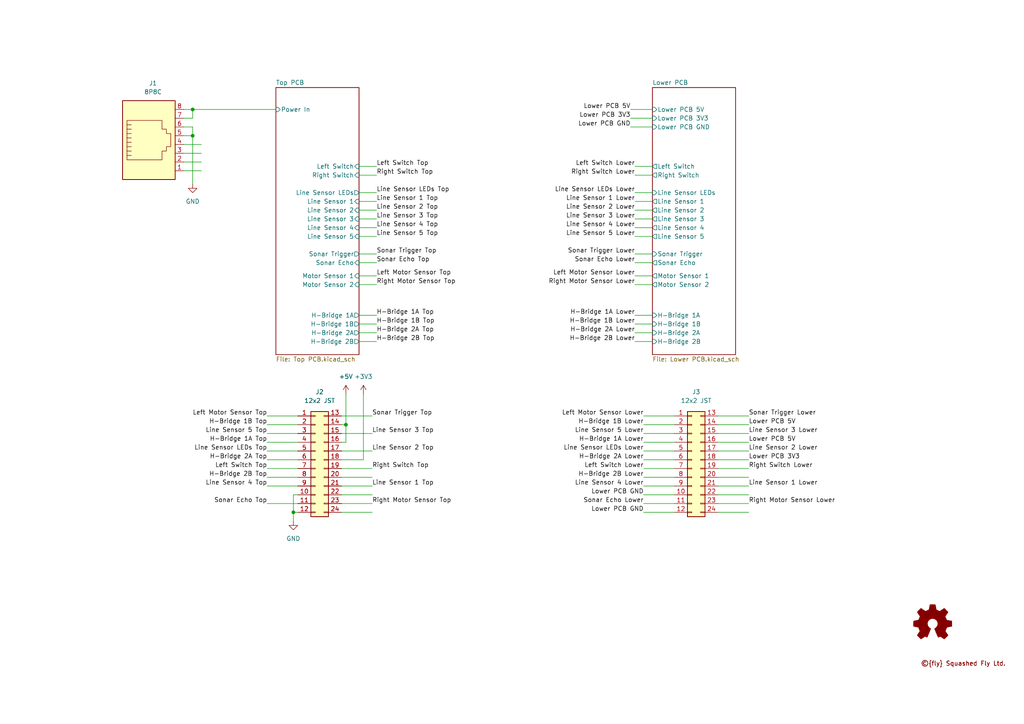
<source format=kicad_sch>
(kicad_sch (version 20210621) (generator eeschema)
  (paper "A4")
  (title_block (title "Swarmbot") (date "2021-10-10") (company "Philip McGaw"))
  (lib_symbols
    (symbol "Connector:8P8C" (pin_names (offset 1.016))
      (property "Reference" "J" (at -5.08 13.97 0))
      (property "Value" "8P8C" (at 2.54 13.97 0))
      (symbol "8P8C_0_1"
        (polyline (pts (xy -5.08 4.445) (xy -6.35 4.445)))
        (polyline (pts (xy -5.08 5.715) (xy -6.35 5.715)))
        (polyline (pts (xy -6.35 -3.175) (xy -5.08 -3.175) (xy -5.08 -3.175)))
        (polyline (pts (xy -6.35 -1.905) (xy -5.08 -1.905) (xy -5.08 -1.905)))
        (polyline (pts (xy -6.35 -0.635) (xy -5.08 -0.635) (xy -5.08 -0.635)))
        (polyline (pts (xy -6.35 0.635) (xy -5.08 0.635) (xy -5.08 0.635)))
        (polyline (pts (xy -6.35 1.905) (xy -5.08 1.905) (xy -5.08 1.905)))
        (polyline (pts (xy -5.08 3.175) (xy -6.35 3.175) (xy -6.35 3.175)))
        (polyline (pts (xy -6.35 -4.445) (xy -6.35 6.985) (xy 3.81 6.985) (xy 3.81 4.445) (xy 5.08 4.445) (xy 5.08 3.175) (xy 6.35 3.175) (xy 6.35 -0.635) (xy 5.08 -0.635) (xy 5.08 -1.905) (xy 3.81 -1.905) (xy 3.81 -4.445) (xy -6.35 -4.445) (xy -6.35 -4.445)))
        (rectangle (start 7.62 12.7) (end -7.62 -10.16) (stroke (width 0.254)) (fill (type background)))
      )
      (symbol "8P8C_1_1"
        (pin passive line (at 10.16 -7.62 180) (length 2.54) (name "~") (number "1"))
        (pin passive line (at 10.16 -5.08 180) (length 2.54) (name "~") (number "2"))
        (pin passive line (at 10.16 -2.54 180) (length 2.54) (name "~") (number "3"))
        (pin passive line (at 10.16 0 180) (length 2.54) (name "~") (number "4"))
        (pin passive line (at 10.16 2.54 180) (length 2.54) (name "~") (number "5"))
        (pin passive line (at 10.16 5.08 180) (length 2.54) (name "~") (number "6"))
        (pin passive line (at 10.16 7.62 180) (length 2.54) (name "~") (number "7"))
        (pin passive line (at 10.16 10.16 180) (length 2.54) (name "~") (number "8"))
      )
    )
    (symbol "Connector_Generic:Conn_02x12_Top_Bottom" (pin_names (offset 1.016) hide)
      (property "Reference" "J" (at 1.27 15.24 0))
      (property "Value" "Conn_02x12_Top_Bottom" (at 1.27 -17.78 0))
      (symbol "Conn_02x12_Top_Bottom_1_1"
        (rectangle (start -1.27 -15.113) (end 0 -15.367) (stroke (width 0.1524)))
        (rectangle (start -1.27 -12.573) (end 0 -12.827) (stroke (width 0.1524)))
        (rectangle (start -1.27 -10.033) (end 0 -10.287) (stroke (width 0.1524)))
        (rectangle (start -1.27 -7.493) (end 0 -7.747) (stroke (width 0.1524)))
        (rectangle (start -1.27 -4.953) (end 0 -5.207) (stroke (width 0.1524)))
        (rectangle (start -1.27 -2.413) (end 0 -2.667) (stroke (width 0.1524)))
        (rectangle (start -1.27 0.127) (end 0 -0.127) (stroke (width 0.1524)))
        (rectangle (start -1.27 2.667) (end 0 2.413) (stroke (width 0.1524)))
        (rectangle (start -1.27 5.207) (end 0 4.953) (stroke (width 0.1524)))
        (rectangle (start -1.27 7.747) (end 0 7.493) (stroke (width 0.1524)))
        (rectangle (start -1.27 10.287) (end 0 10.033) (stroke (width 0.1524)))
        (rectangle (start -1.27 12.827) (end 0 12.573) (stroke (width 0.1524)))
        (rectangle (start -1.27 13.97) (end 3.81 -16.51) (stroke (width 0.254)) (fill (type background)))
        (rectangle (start 3.81 -15.113) (end 2.54 -15.367) (stroke (width 0.1524)))
        (rectangle (start 3.81 -12.573) (end 2.54 -12.827) (stroke (width 0.1524)))
        (rectangle (start 3.81 -10.033) (end 2.54 -10.287) (stroke (width 0.1524)))
        (rectangle (start 3.81 -7.493) (end 2.54 -7.747) (stroke (width 0.1524)))
        (rectangle (start 3.81 -4.953) (end 2.54 -5.207) (stroke (width 0.1524)))
        (rectangle (start 3.81 -2.413) (end 2.54 -2.667) (stroke (width 0.1524)))
        (rectangle (start 3.81 0.127) (end 2.54 -0.127) (stroke (width 0.1524)))
        (rectangle (start 3.81 2.667) (end 2.54 2.413) (stroke (width 0.1524)))
        (rectangle (start 3.81 5.207) (end 2.54 4.953) (stroke (width 0.1524)))
        (rectangle (start 3.81 7.747) (end 2.54 7.493) (stroke (width 0.1524)))
        (rectangle (start 3.81 10.287) (end 2.54 10.033) (stroke (width 0.1524)))
        (rectangle (start 3.81 12.827) (end 2.54 12.573) (stroke (width 0.1524)))
        (pin passive line (at -5.08 12.7 0) (length 3.81) (name "Pin_1") (number "1"))
        (pin passive line (at -5.08 -10.16 0) (length 3.81) (name "Pin_10") (number "10"))
        (pin passive line (at -5.08 -12.7 0) (length 3.81) (name "Pin_11") (number "11"))
        (pin passive line (at -5.08 -15.24 0) (length 3.81) (name "Pin_12") (number "12"))
        (pin passive line (at 7.62 12.7 180) (length 3.81) (name "Pin_13") (number "13"))
        (pin passive line (at 7.62 10.16 180) (length 3.81) (name "Pin_14") (number "14"))
        (pin passive line (at 7.62 7.62 180) (length 3.81) (name "Pin_15") (number "15"))
        (pin passive line (at 7.62 5.08 180) (length 3.81) (name "Pin_16") (number "16"))
        (pin passive line (at 7.62 2.54 180) (length 3.81) (name "Pin_17") (number "17"))
        (pin passive line (at 7.62 0 180) (length 3.81) (name "Pin_18") (number "18"))
        (pin passive line (at 7.62 -2.54 180) (length 3.81) (name "Pin_19") (number "19"))
        (pin passive line (at -5.08 10.16 0) (length 3.81) (name "Pin_2") (number "2"))
        (pin passive line (at 7.62 -5.08 180) (length 3.81) (name "Pin_20") (number "20"))
        (pin passive line (at 7.62 -7.62 180) (length 3.81) (name "Pin_21") (number "21"))
        (pin passive line (at 7.62 -10.16 180) (length 3.81) (name "Pin_22") (number "22"))
        (pin passive line (at 7.62 -12.7 180) (length 3.81) (name "Pin_23") (number "23"))
        (pin passive line (at 7.62 -15.24 180) (length 3.81) (name "Pin_24") (number "24"))
        (pin passive line (at -5.08 7.62 0) (length 3.81) (name "Pin_3") (number "3"))
        (pin passive line (at -5.08 5.08 0) (length 3.81) (name "Pin_4") (number "4"))
        (pin passive line (at -5.08 2.54 0) (length 3.81) (name "Pin_5") (number "5"))
        (pin passive line (at -5.08 0 0) (length 3.81) (name "Pin_6") (number "6"))
        (pin passive line (at -5.08 -2.54 0) (length 3.81) (name "Pin_7") (number "7"))
        (pin passive line (at -5.08 -5.08 0) (length 3.81) (name "Pin_8") (number "8"))
        (pin passive line (at -5.08 -7.62 0) (length 3.81) (name "Pin_9") (number "9"))
      )
    )
    (symbol "Graphic:Logo_Open_Hardware_Small" (pin_numbers hide) (pin_names (offset 1.016) hide)
      (symbol "Logo_Open_Hardware_Small_0_1"
        (polyline (pts (xy 3.3528 -4.3434) (xy 3.302 -4.318) (xy 3.175 -4.2418) (xy 2.9972 -4.1148) (xy 2.7686 -3.9624) (xy 2.54 -3.81) (xy 2.3622 -3.7084) (xy 2.2352 -3.6068) (xy 2.1844 -3.5814) (xy 2.159 -3.6068) (xy 2.0574 -3.6576) (xy 1.905 -3.7338) (xy 1.8034 -3.7846) (xy 1.6764 -3.8354) (xy 1.6002 -3.8354) (xy 1.6002 -3.8354) (xy 1.5494 -3.7338) (xy 1.4732 -3.5306) (xy 1.3462 -3.302) (xy 1.2446 -3.0226) (xy 1.1176 -2.7178) (xy 0.9652 -2.413) (xy 0.8636 -2.1082) (xy 0.7366 -1.8288) (xy 0.6604 -1.6256) (xy 0.6096 -1.4732) (xy 0.5842 -1.397) (xy 0.5842 -1.397) (xy 0.6604 -1.3208) (xy 0.7874 -1.2446) (xy 1.0414 -1.016) (xy 1.2954 -0.6858) (xy 1.4478 -0.3302) (xy 1.524 0.0762) (xy 1.4732 0.4572) (xy 1.3208 0.8128) (xy 1.0668 1.143) (xy 0.762 1.3716) (xy 0.4064 1.524) (xy 0 1.5748) (xy -0.381 1.5494) (xy -0.7366 1.397) (xy -1.0668 1.143) (xy -1.2192 0.9906) (xy -1.397 0.6604) (xy -1.524 0.3048) (xy -1.524 0.2286) (xy -1.4986 -0.1778) (xy -1.397 -0.5334) (xy -1.1938 -0.8636) (xy -0.9144 -1.143) (xy -0.8636 -1.1684) (xy -0.7366 -1.27) (xy -0.635 -1.3462) (xy -0.5842 -1.397) (xy -1.0668 -2.5908) (xy -1.143 -2.794) (xy -1.2954 -3.1242) (xy -1.397 -3.4036) (xy -1.4986 -3.6322) (xy -1.5748 -3.7846) (xy -1.6002 -3.8354) (xy -1.6002 -3.8354) (xy -1.651 -3.8354) (xy -1.7272 -3.81) (xy -1.905 -3.7338) (xy -2.0066 -3.683) (xy -2.1336 -3.6068) (xy -2.2098 -3.5814) (xy -2.2606 -3.6068) (xy -2.3622 -3.683) (xy -2.54 -3.81) (xy -2.7686 -3.9624) (xy -2.9718 -4.0894) (xy -3.1496 -4.2164) (xy -3.302 -4.318) (xy -3.3528 -4.3434) (xy -3.3782 -4.3434) (xy -3.429 -4.318) (xy -3.5306 -4.2164) (xy -3.7084 -4.064) (xy -3.937 -3.8354) (xy -3.9624 -3.81) (xy -4.1656 -3.6068) (xy -4.318 -3.4544) (xy -4.4196 -3.3274) (xy -4.445 -3.2766) (xy -4.445 -3.2766) (xy -4.4196 -3.2258) (xy -4.318 -3.0734) (xy -4.2164 -2.8956) (xy -4.064 -2.667) (xy -3.6576 -2.0828) (xy -3.8862 -1.5494) (xy -3.937 -1.3716) (xy -4.0386 -1.1684) (xy -4.0894 -1.0414) (xy -4.1148 -0.9652) (xy -4.191 -0.9398) (xy -4.318 -0.9144) (xy -4.5466 -0.8636) (xy -4.8006 -0.8128) (xy -5.0546 -0.7874) (xy -5.2578 -0.7366) (xy -5.4356 -0.7112) (xy -5.5118 -0.6858) (xy -5.5118 -0.6858) (xy -5.5372 -0.635) (xy -5.5372 -0.5588) (xy -5.5372 -0.4318) (xy -5.5626 -0.2286) (xy -5.5626 0.0762) (xy -5.5626 0.127) (xy -5.5372 0.4064) (xy -5.5372 0.635) (xy -5.5372 0.762) (xy -5.5372 0.8382) (xy -5.5372 0.8382) (xy -5.461 0.8382) (xy -5.3086 0.889) (xy -5.08 0.9144) (xy -4.826 0.9652) (xy -4.8006 0.9906) (xy -4.5466 1.0414) (xy -4.318 1.0668) (xy -4.1656 1.1176) (xy -4.0894 1.143) (xy -4.0894 1.143) (xy -4.0386 1.2446) (xy -3.9624 1.4224) (xy -3.8608 1.6256) (xy -3.7846 1.8288) (xy -3.7084 2.0066) (xy -3.6576 2.159) (xy -3.6322 2.2098) (xy -3.6322 2.2098) (xy -3.683 2.286) (xy -3.7592 2.413) (xy -3.8862 2.5908) (xy -4.064 2.8194) (xy -4.064 2.8448) (xy -4.2164 3.0734) (xy -4.3434 3.2512) (xy -4.4196 3.3782) (xy -4.445 3.4544) (xy -4.445 3.4544) (xy -4.3942 3.5052) (xy -4.2926 3.6322) (xy -4.1148 3.81) (xy -3.937 4.0132) (xy -3.8608 4.064) (xy -3.6576 4.2926) (xy -3.5052 4.4196) (xy -3.4036 4.4958) (xy -3.3528 4.5212) (xy -3.3528 4.5212) (xy -3.302 4.4704) (xy -3.1496 4.3688) (xy -2.9718 4.2418) (xy -2.7432 4.0894) (xy -2.7178 4.0894) (xy -2.4892 3.937) (xy -2.3114 3.81) (xy -2.1844 3.7084) (xy -2.1336 3.683) (xy -2.1082 3.683) (xy -2.032 3.7084) (xy -1.8542 3.7592) (xy -1.6764 3.8354) (xy -1.4732 3.937) (xy -1.27 4.0132) (xy -1.143 4.064) (xy -1.0668 4.1148) (xy -1.0668 4.1148) (xy -1.0414 4.191) (xy -1.016 4.3434) (xy -0.9652 4.572) (xy -0.9144 4.8514) (xy -0.889 4.9022) (xy -0.8382 5.1562) (xy -0.8128 5.3848) (xy -0.7874 5.5372) (xy -0.762 5.588) (xy -0.7112 5.6134) (xy -0.5842 5.6134) (xy -0.4064 5.6134) (xy -0.1524 5.6134) (xy 0.0762 5.6134) (xy 0.3302 5.6134) (xy 0.5334 5.6134) (xy 0.6858 5.588) (xy 0.7366 5.588) (xy 0.7366 5.588) (xy 0.762 5.5118) (xy 0.8128 5.334) (xy 0.8382 5.1054) (xy 0.9144 4.826) (xy 0.9144 4.7752) (xy 0.9652 4.5212) (xy 1.016 4.2926) (xy 1.0414 4.1402) (xy 1.0668 4.0894) (xy 1.0668 4.0894) (xy 1.1938 4.0386) (xy 1.3716 3.9624) (xy 1.5748 3.8608) (xy 2.0828 3.6576) (xy 2.7178 4.0894) (xy 2.7686 4.1402) (xy 2.9972 4.2926) (xy 3.175 4.4196) (xy 3.302 4.4958) (xy 3.3782 4.5212) (xy 3.3782 4.5212) (xy 3.429 4.4704) (xy 3.556 4.3434) (xy 3.7338 4.191) (xy 3.9116 3.9878) (xy 4.064 3.8354) (xy 4.2418 3.6576) (xy 4.3434 3.556) (xy 4.4196 3.4798) (xy 4.4196 3.429) (xy 4.4196 3.4036) (xy 4.3942 3.3274) (xy 4.2926 3.2004) (xy 4.1656 2.9972) (xy 4.0132 2.794) (xy 3.8862 2.5908) (xy 3.7592 2.3876) (xy 3.6576 2.2352) (xy 3.6322 2.159) (xy 3.6322 2.1336) (xy 3.683 2.0066) (xy 3.7592 1.8288) (xy 3.8608 1.6002) (xy 4.064 1.1176) (xy 4.3942 1.0414) (xy 4.5974 1.016) (xy 4.8768 0.9652) (xy 5.1308 0.9144) (xy 5.5372 0.8382) (xy 5.5626 -0.6604) (xy 5.4864 -0.6858) (xy 5.4356 -0.6858) (xy 5.2832 -0.7366) (xy 5.0546 -0.762) (xy 4.8006 -0.8128) (xy 4.5974 -0.8636) (xy 4.3688 -0.9144) (xy 4.2164 -0.9398) (xy 4.1402 -0.9398) (xy 4.1148 -0.9652) (xy 4.064 -1.0668) (xy 3.9878 -1.2446) (xy 3.9116 -1.4478) (xy 3.81 -1.651) (xy 3.7338 -1.8542) (xy 3.683 -2.0066) (xy 3.6576 -2.0828) (xy 3.683 -2.1336) (xy 3.7846 -2.2606) (xy 3.8862 -2.4638) (xy 4.0386 -2.667) (xy 4.191 -2.8956) (xy 4.318 -3.0734) (xy 4.3942 -3.2004) (xy 4.445 -3.2766) (xy 4.4196 -3.3274) (xy 4.3434 -3.429) (xy 4.1656 -3.5814) (xy 3.937 -3.8354) (xy 3.8862 -3.8608) (xy 3.683 -4.064) (xy 3.5306 -4.2164) (xy 3.4036 -4.318) (xy 3.3528 -4.3434)) (fill (type outline)))
      )
    )
    (symbol "SquashedFly Logo:SquashedFlyLogo" (pin_numbers hide) (pin_names (offset 0) hide)
      (symbol "SquashedFlyLogo_0_0"
        (text "©{fly} Squashed Fly Ltd." (at 0 0 0) (effects (font (size 1.27 1.27))))
      )
    )
    (symbol "power:+3V3" (power) (pin_names (offset 0))
      (property "Value" "+3V3" (at 0 3.556 0))
      (symbol "+3V3_0_1"
        (polyline (pts (xy -0.762 1.27) (xy 0 2.54)))
        (polyline (pts (xy 0 0) (xy 0 2.54)))
        (polyline (pts (xy 0 2.54) (xy 0.762 1.27)))
      )
      (symbol "+3V3_1_1"
        (pin power_in line (at 0 0 90) (length 0) hide (name "+3V3") (number "1"))
      )
    )
    (symbol "power:+5V" (power) (pin_names (offset 0))
      (property "Value" "+5V" (at 0 3.556 0))
      (symbol "+5V_0_1"
        (polyline (pts (xy -0.762 1.27) (xy 0 2.54)))
        (polyline (pts (xy 0 0) (xy 0 2.54)))
        (polyline (pts (xy 0 2.54) (xy 0.762 1.27)))
      )
      (symbol "+5V_1_1"
        (pin power_in line (at 0 0 90) (length 0) hide (name "+5V") (number "1"))
      )
    )
    (symbol "power:GND" (power) (pin_names (offset 0))
      (property "Value" "GND" (at 0 -3.81 0))
      (symbol "GND_0_1"
        (polyline (pts (xy 0 0) (xy 0 -1.27) (xy 1.27 -1.27) (xy 0 -2.54) (xy -1.27 -1.27) (xy 0 -1.27)))
      )
      (symbol "GND_1_1"
        (pin power_in line (at 0 0 270) (length 0) hide (name "GND") (number "1"))
      )
    )
  )
  (junction (at 55.88 31.75))
  (junction (at 55.88 39.37))
  (junction (at 85.09 148.59))
  (junction (at 100.33 123.19))
  (wire (pts (xy 53.34 31.75) (xy 55.88 31.75)))
  (wire (pts (xy 53.34 34.29) (xy 55.88 34.29)))
  (wire (pts (xy 53.34 36.83) (xy 55.88 36.83)))
  (wire (pts (xy 53.34 39.37) (xy 55.88 39.37)))
  (wire (pts (xy 53.34 41.91) (xy 58.42 41.91)))
  (wire (pts (xy 53.34 44.45) (xy 58.42 44.45)))
  (wire (pts (xy 53.34 46.99) (xy 58.42 46.99)))
  (wire (pts (xy 53.34 49.53) (xy 58.42 49.53)))
  (wire (pts (xy 55.88 31.75) (xy 80.01 31.75)))
  (wire (pts (xy 55.88 34.29) (xy 55.88 31.75)))
  (wire (pts (xy 55.88 36.83) (xy 55.88 39.37)))
  (wire (pts (xy 55.88 39.37) (xy 55.88 53.34)))
  (wire (pts (xy 77.47 120.65) (xy 86.36 120.65)))
  (wire (pts (xy 77.47 123.19) (xy 86.36 123.19)))
  (wire (pts (xy 77.47 125.73) (xy 86.36 125.73)))
  (wire (pts (xy 77.47 128.27) (xy 86.36 128.27)))
  (wire (pts (xy 77.47 130.81) (xy 86.36 130.81)))
  (wire (pts (xy 77.47 133.35) (xy 86.36 133.35)))
  (wire (pts (xy 77.47 135.89) (xy 86.36 135.89)))
  (wire (pts (xy 77.47 138.43) (xy 86.36 138.43)))
  (wire (pts (xy 77.47 140.97) (xy 86.36 140.97)))
  (wire (pts (xy 77.47 146.05) (xy 86.36 146.05)))
  (wire (pts (xy 85.09 143.51) (xy 85.09 148.59)))
  (wire (pts (xy 85.09 148.59) (xy 85.09 151.13)))
  (wire (pts (xy 85.09 148.59) (xy 86.36 148.59)))
  (wire (pts (xy 86.36 143.51) (xy 85.09 143.51)))
  (wire (pts (xy 99.06 120.65) (xy 107.95 120.65)))
  (wire (pts (xy 99.06 123.19) (xy 100.33 123.19)))
  (wire (pts (xy 99.06 125.73) (xy 107.95 125.73)))
  (wire (pts (xy 99.06 128.27) (xy 100.33 128.27)))
  (wire (pts (xy 99.06 130.81) (xy 107.95 130.81)))
  (wire (pts (xy 99.06 133.35) (xy 105.41 133.35)))
  (wire (pts (xy 99.06 135.89) (xy 107.95 135.89)))
  (wire (pts (xy 99.06 138.43) (xy 107.95 138.43)))
  (wire (pts (xy 99.06 140.97) (xy 107.95 140.97)))
  (wire (pts (xy 99.06 143.51) (xy 107.95 143.51)))
  (wire (pts (xy 99.06 146.05) (xy 107.95 146.05)))
  (wire (pts (xy 99.06 148.59) (xy 107.95 148.59)))
  (wire (pts (xy 100.33 114.3) (xy 100.33 123.19)))
  (wire (pts (xy 100.33 128.27) (xy 100.33 123.19)))
  (wire (pts (xy 104.14 48.26) (xy 109.22 48.26)))
  (wire (pts (xy 104.14 50.8) (xy 109.22 50.8)))
  (wire (pts (xy 104.14 55.88) (xy 109.22 55.88)))
  (wire (pts (xy 104.14 58.42) (xy 109.22 58.42)))
  (wire (pts (xy 104.14 60.96) (xy 109.22 60.96)))
  (wire (pts (xy 104.14 63.5) (xy 109.22 63.5)))
  (wire (pts (xy 104.14 66.04) (xy 109.22 66.04)))
  (wire (pts (xy 104.14 68.58) (xy 109.22 68.58)))
  (wire (pts (xy 104.14 73.66) (xy 109.22 73.66)))
  (wire (pts (xy 104.14 76.2) (xy 109.22 76.2)))
  (wire (pts (xy 104.14 80.01) (xy 109.22 80.01)))
  (wire (pts (xy 104.14 82.55) (xy 109.22 82.55)))
  (wire (pts (xy 104.14 91.44) (xy 109.22 91.44)))
  (wire (pts (xy 104.14 93.98) (xy 109.22 93.98)))
  (wire (pts (xy 104.14 96.52) (xy 109.22 96.52)))
  (wire (pts (xy 104.14 99.06) (xy 109.22 99.06)))
  (wire (pts (xy 105.41 114.3) (xy 105.41 133.35)))
  (wire (pts (xy 182.88 31.75) (xy 189.23 31.75)))
  (wire (pts (xy 182.88 34.29) (xy 189.23 34.29)))
  (wire (pts (xy 182.88 36.83) (xy 189.23 36.83)))
  (wire (pts (xy 184.15 48.26) (xy 189.23 48.26)))
  (wire (pts (xy 184.15 50.8) (xy 189.23 50.8)))
  (wire (pts (xy 184.15 55.88) (xy 189.23 55.88)))
  (wire (pts (xy 184.15 58.42) (xy 189.23 58.42)))
  (wire (pts (xy 184.15 60.96) (xy 189.23 60.96)))
  (wire (pts (xy 184.15 63.5) (xy 189.23 63.5)))
  (wire (pts (xy 184.15 66.04) (xy 189.23 66.04)))
  (wire (pts (xy 184.15 68.58) (xy 189.23 68.58)))
  (wire (pts (xy 184.15 73.66) (xy 189.23 73.66)))
  (wire (pts (xy 184.15 76.2) (xy 189.23 76.2)))
  (wire (pts (xy 184.15 80.01) (xy 189.23 80.01)))
  (wire (pts (xy 186.69 120.65) (xy 195.58 120.65)))
  (wire (pts (xy 186.69 123.19) (xy 195.58 123.19)))
  (wire (pts (xy 186.69 125.73) (xy 195.58 125.73)))
  (wire (pts (xy 186.69 128.27) (xy 195.58 128.27)))
  (wire (pts (xy 186.69 130.81) (xy 195.58 130.81)))
  (wire (pts (xy 186.69 133.35) (xy 195.58 133.35)))
  (wire (pts (xy 186.69 135.89) (xy 195.58 135.89)))
  (wire (pts (xy 186.69 138.43) (xy 195.58 138.43)))
  (wire (pts (xy 186.69 140.97) (xy 195.58 140.97)))
  (wire (pts (xy 186.69 143.51) (xy 195.58 143.51)))
  (wire (pts (xy 186.69 146.05) (xy 195.58 146.05)))
  (wire (pts (xy 186.69 148.59) (xy 195.58 148.59)))
  (wire (pts (xy 189.23 82.55) (xy 184.15 82.55)))
  (wire (pts (xy 189.23 91.44) (xy 184.15 91.44)))
  (wire (pts (xy 189.23 93.98) (xy 184.15 93.98)))
  (wire (pts (xy 189.23 96.52) (xy 184.15 96.52)))
  (wire (pts (xy 189.23 99.06) (xy 184.15 99.06)))
  (wire (pts (xy 208.28 120.65) (xy 217.17 120.65)))
  (wire (pts (xy 208.28 123.19) (xy 217.17 123.19)))
  (wire (pts (xy 208.28 125.73) (xy 217.17 125.73)))
  (wire (pts (xy 208.28 128.27) (xy 217.17 128.27)))
  (wire (pts (xy 208.28 130.81) (xy 217.17 130.81)))
  (wire (pts (xy 208.28 133.35) (xy 217.17 133.35)))
  (wire (pts (xy 208.28 135.89) (xy 217.17 135.89)))
  (wire (pts (xy 208.28 138.43) (xy 217.17 138.43)))
  (wire (pts (xy 208.28 140.97) (xy 217.17 140.97)))
  (wire (pts (xy 208.28 143.51) (xy 217.17 143.51)))
  (wire (pts (xy 208.28 146.05) (xy 217.17 146.05)))
  (wire (pts (xy 208.28 148.59) (xy 217.17 148.59)))
  (label "Left Motor Sensor Top" (at 77.47 120.65 180))
  (label "H-Bridge 1B Top" (at 77.47 123.19 180))
  (label "Line Sensor 5 Top" (at 77.47 125.73 180))
  (label "H-Bridge 1A Top" (at 77.47 128.27 180))
  (label "Line Sensor LEDs Top" (at 77.47 130.81 180))
  (label "H-Bridge 2A Top" (at 77.47 133.35 180))
  (label "Left Switch Top" (at 77.47 135.89 180))
  (label "H-Bridge 2B Top" (at 77.47 138.43 180))
  (label "Line Sensor 4 Top" (at 77.47 140.97 180))
  (label "Sonar Echo Top" (at 77.47 146.05 180))
  (label "Sonar Trigger Top" (at 107.95 120.65 0))
  (label "Line Sensor 3 Top" (at 107.95 125.73 0))
  (label "Line Sensor 2 Top" (at 107.95 130.81 0))
  (label "Right Switch Top" (at 107.95 135.89 0))
  (label "Line Sensor 1 Top" (at 107.95 140.97 0))
  (label "Right Motor Sensor Top" (at 107.95 146.05 0))
  (label "Left Switch Top" (at 109.22 48.26 0))
  (label "Right Switch Top" (at 109.22 50.8 0))
  (label "Line Sensor LEDs Top" (at 109.22 55.88 0))
  (label "Line Sensor 1 Top" (at 109.22 58.42 0))
  (label "Line Sensor 2 Top" (at 109.22 60.96 0))
  (label "Line Sensor 3 Top" (at 109.22 63.5 0))
  (label "Line Sensor 4 Top" (at 109.22 66.04 0))
  (label "Line Sensor 5 Top" (at 109.22 68.58 0))
  (label "Sonar Trigger Top" (at 109.22 73.66 0))
  (label "Sonar Echo Top" (at 109.22 76.2 0))
  (label "Left Motor Sensor Top" (at 109.22 80.01 0))
  (label "Right Motor Sensor Top" (at 109.22 82.55 0))
  (label "H-Bridge 1A Top" (at 109.22 91.44 0))
  (label "H-Bridge 1B Top" (at 109.22 93.98 0))
  (label "H-Bridge 2A Top" (at 109.22 96.52 0))
  (label "H-Bridge 2B Top" (at 109.22 99.06 0))
  (label "Lower PCB 5V" (at 182.88 31.75 180))
  (label "Lower PCB 3V3" (at 182.88 34.29 180))
  (label "Lower PCB GND" (at 182.88 36.83 180))
  (label "Left Switch Lower" (at 184.15 48.26 180))
  (label "Right Switch Lower" (at 184.15 50.8 180))
  (label "Line Sensor LEDs Lower" (at 184.15 55.88 180))
  (label "Line Sensor 1 Lower" (at 184.15 58.42 180))
  (label "Line Sensor 2 Lower" (at 184.15 60.96 180))
  (label "Line Sensor 3 Lower" (at 184.15 63.5 180))
  (label "Line Sensor 4 Lower" (at 184.15 66.04 180))
  (label "Line Sensor 5 Lower" (at 184.15 68.58 180))
  (label "Sonar Trigger Lower" (at 184.15 73.66 180))
  (label "Sonar Echo Lower" (at 184.15 76.2 180))
  (label "Left Motor Sensor Lower" (at 184.15 80.01 180))
  (label "Right Motor Sensor Lower" (at 184.15 82.55 180))
  (label "H-Bridge 1A Lower" (at 184.15 91.44 180))
  (label "H-Bridge 1B Lower" (at 184.15 93.98 180))
  (label "H-Bridge 2A Lower" (at 184.15 96.52 180))
  (label "H-Bridge 2B Lower" (at 184.15 99.06 180))
  (label "Left Motor Sensor Lower" (at 186.69 120.65 180))
  (label "H-Bridge 1B Lower" (at 186.69 123.19 180))
  (label "Line Sensor 5 Lower" (at 186.69 125.73 180))
  (label "H-Bridge 1A Lower" (at 186.69 128.27 180))
  (label "Line Sensor LEDs Lower" (at 186.69 130.81 180))
  (label "H-Bridge 2A Lower" (at 186.69 133.35 180))
  (label "Left Switch Lower" (at 186.69 135.89 180))
  (label "H-Bridge 2B Lower" (at 186.69 138.43 180))
  (label "Line Sensor 4 Lower" (at 186.69 140.97 180))
  (label "Lower PCB GND" (at 186.69 143.51 180))
  (label "Sonar Echo Lower" (at 186.69 146.05 180))
  (label "Lower PCB GND" (at 186.69 148.59 180))
  (label "Sonar Trigger Lower" (at 217.17 120.65 0))
  (label "Lower PCB 5V" (at 217.17 123.19 0))
  (label "Line Sensor 3 Lower" (at 217.17 125.73 0))
  (label "Lower PCB 5V" (at 217.17 128.27 0))
  (label "Line Sensor 2 Lower" (at 217.17 130.81 0))
  (label "Lower PCB 3V3" (at 217.17 133.35 0))
  (label "Right Switch Lower" (at 217.17 135.89 0))
  (label "Line Sensor 1 Lower" (at 217.17 140.97 0))
  (label "Right Motor Sensor Lower" (at 217.17 146.05 0))
  (symbol (lib_id "power:+5V") (at 100.33 114.3 0) (unit 1)
    (property "Reference" "#PWR03" (effects hide))
    (property "Value" "+5V" (at 100.33 109.22 0))
  )
  (symbol (lib_id "power:+3V3") (at 105.41 114.3 0) (unit 1)
    (property "Reference" "#PWR04" (effects hide))
    (property "Value" "+3V3" (at 105.41 109.22 0))
  )
  (symbol (lib_id "power:GND") (at 55.88 53.34 0) (unit 1)
    (property "Reference" "#PWR01" (effects hide))
    (property "Value" "GND" (at 55.88 58.42 0))
  )
  (symbol (lib_id "power:GND") (at 85.09 151.13 0) (unit 1)
    (property "Reference" "#PWR02" (effects hide))
    (property "Value" "GND" (at 85.09 156.21 0))
  )
  (symbol (lib_id "SquashedFly Logo:SquashedFlyLogo") (at 279.4 192.405 0) (unit 1)
    (property "Reference" "Logo1" (effects hide))
    (property "Value" "SquashedFlyLogo" (effects hide))
    (property "Footprint" "SquashedFly Logo:SquashedFlySilk" (effects hide))
  )
  (symbol (lib_id "SquashedFly Logo:SquashedFlyLogo") (at 279.4 192.405 0) (unit 1)
    (property "Reference" "Logo2" (effects hide))
    (property "Value" "SquashedFlyLogo" (effects hide))
    (property "Footprint" "SquashedFly Logo:SquashedFlySilk" (effects hide))
  )
  (symbol (lib_id "Graphic:Logo_Open_Hardware_Small") (at 270.51 180.975 0) (unit 1)
    (property "Reference" "LOGO1" (effects hide))
    (property "Value" "Logo_Open_Hardware_Small" (effects hide))
    (property "Footprint" "Symbol:OSHW-Logo2_7.3x6mm_SilkScreen" (effects hide))
  )
  (symbol (lib_id "Connector_Generic:Conn_02x12_Top_Bottom") (at 91.44 133.35 0) (unit 1)
    (property "Reference" "J2" (at 92.71 113.665 0))
    (property "Value" "12x2 JST" (at 92.71 116.205 0))
    (property "Footprint" "Connector_JST:JST_PUD_B24B-PUDSS_2x12_P2.00mm_Vertical" (effects hide))
    (property "Farnell" "2320532" (effects hide))
  )
  (symbol (lib_id "Connector_Generic:Conn_02x12_Top_Bottom") (at 200.66 133.35 0) (unit 1)
    (property "Reference" "J3" (at 201.93 113.665 0))
    (property "Value" "12x2 JST" (at 201.93 116.205 0))
    (property "Footprint" "Connector_JST:JST_PUD_B24B-PUDSS_2x12_P2.00mm_Vertical" (effects hide))
    (property "Farnell" "2320532" (effects hide))
  )
  (symbol (lib_id "Connector:8P8C") (at 43.18 41.91 0) (unit 1)
    (property "Reference" "J1" (at 44.3865 24.13 0))
    (property "Value" "8P8C" (at 44.3865 26.67 0))
    (property "Footprint" "Connector_RJ:RJ45_Amphenol_54602-x08_Horizontal" (effects hide))
  )
  (sheet (at 189.23 25.4) (size 24.13 77.47) (stroke (width 0.1524))
    (property "Sheet name" "Lower PCB" (at 189.23 24.6884 0) (effects (justify left bottom)))
    (property "Sheet file" "Lower PCB.kicad_sch" (at 189.23 103.4546 0) (effects (justify left top)))
    (pin "Left Switch" output (at 189.23 48.26 180))
    (pin "Right Switch" output (at 189.23 50.8 180))
    (pin "Line Sensor 2" output (at 189.23 60.96 180))
    (pin "Line Sensor 1" output (at 189.23 58.42 180))
    (pin "Line Sensor 4" output (at 189.23 66.04 180))
    (pin "Line Sensor 3" output (at 189.23 63.5 180))
    (pin "Line Sensor LEDs" input (at 189.23 55.88 180))
    (pin "Sonar Trigger" input (at 189.23 73.66 180))
    (pin "Lower PCB 5V" input (at 189.23 31.75 180))
    (pin "Sonar Echo" output (at 189.23 76.2 180))
    (pin "Line Sensor 5" output (at 189.23 68.58 180))
    (pin "H-Bridge 1B" input (at 189.23 93.98 180))
    (pin "H-Bridge 2A" input (at 189.23 96.52 180))
    (pin "H-Bridge 2B" input (at 189.23 99.06 180))
    (pin "H-Bridge 1A" input (at 189.23 91.44 180))
    (pin "Motor Sensor 2" output (at 189.23 82.55 180))
    (pin "Lower PCB 3V3" input (at 189.23 34.29 180))
    (pin "Lower PCB GND" input (at 189.23 36.83 180))
    (pin "Motor Sensor 1" output (at 189.23 80.01 180))
  )
  (sheet (at 80.01 25.4) (size 24.13 77.47) (stroke (width 0.1524))
    (property "Sheet name" "Top PCB" (at 80.01 24.6884 0) (effects (justify left bottom)))
    (property "Sheet file" "Top PCB.kicad_sch" (at 80.01 103.4546 0) (effects (justify left top)))
    (pin "Line Sensor LEDs" output (at 104.14 55.88 0))
    (pin "Right Switch" input (at 104.14 50.8 0))
    (pin "Line Sensor 3" input (at 104.14 63.5 0))
    (pin "Line Sensor 4" input (at 104.14 66.04 0))
    (pin "Left Switch" input (at 104.14 48.26 0))
    (pin "Line Sensor 1" input (at 104.14 58.42 0))
    (pin "Line Sensor 2" input (at 104.14 60.96 0))
    (pin "Sonar Trigger" output (at 104.14 73.66 0))
    (pin "Sonar Echo" input (at 104.14 76.2 0))
    (pin "Motor Sensor 1" input (at 104.14 80.01 0))
    (pin "Motor Sensor 2" input (at 104.14 82.55 0))
    (pin "H-Bridge 1A" output (at 104.14 91.44 0))
    (pin "H-Bridge 1B" output (at 104.14 93.98 0))
    (pin "H-Bridge 2A" output (at 104.14 96.52 0))
    (pin "H-Bridge 2B" output (at 104.14 99.06 0))
    (pin "Power In" input (at 80.01 31.75 180))
    (pin "Line Sensor 5" input (at 104.14 68.58 0))
  )
)
</source>
